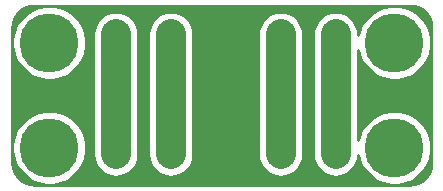
<source format=gbr>
%TF.GenerationSoftware,KiCad,Pcbnew,(5.1.10-1-10_14)*%
%TF.CreationDate,2021-09-08T14:02:43-07:00*%
%TF.ProjectId,i2c_header_x5,6932635f-6865-4616-9465-725f78352e6b,rev?*%
%TF.SameCoordinates,Original*%
%TF.FileFunction,Copper,L2,Bot*%
%TF.FilePolarity,Positive*%
%FSLAX46Y46*%
G04 Gerber Fmt 4.6, Leading zero omitted, Abs format (unit mm)*
G04 Created by KiCad (PCBNEW (5.1.10-1-10_14)) date 2021-09-08 14:02:43*
%MOMM*%
%LPD*%
G01*
G04 APERTURE LIST*
%TA.AperFunction,ComponentPad*%
%ADD10R,1.700000X1.700000*%
%TD*%
%TA.AperFunction,ComponentPad*%
%ADD11O,1.700000X1.700000*%
%TD*%
%TA.AperFunction,ComponentPad*%
%ADD12C,5.000000*%
%TD*%
%TA.AperFunction,Conductor*%
%ADD13C,2.540000*%
%TD*%
%TA.AperFunction,Conductor*%
%ADD14C,0.254000*%
%TD*%
%TA.AperFunction,Conductor*%
%ADD15C,0.100000*%
%TD*%
G04 APERTURE END LIST*
D10*
%TO.P,SCL,1*%
%TO.N,Net-(SCL1-Pad1)*%
X170715001Y-93265001D03*
D11*
%TO.P,SCL,2*%
X170715001Y-95805001D03*
%TO.P,SCL,3*%
X170715001Y-98345001D03*
%TO.P,SCL,4*%
X170715001Y-100885001D03*
%TO.P,SCL,5*%
X170715001Y-103425001D03*
%TD*%
%TO.P,SDA,5*%
%TO.N,Net-(SDA1-Pad1)*%
X175365001Y-103425001D03*
%TO.P,SDA,4*%
X175365001Y-100885001D03*
%TO.P,SDA,3*%
X175365001Y-98345001D03*
%TO.P,SDA,2*%
X175365001Y-95805001D03*
D10*
%TO.P,SDA,1*%
X175365001Y-93265001D03*
%TD*%
D12*
%TO.P,REF\u002A\u002A,1*%
%TO.N,N/C*%
X151130000Y-93980000D03*
%TD*%
%TO.P,REF\u002A\u002A,1*%
%TO.N,N/C*%
X151130000Y-102870000D03*
%TD*%
%TO.P,REF\u002A\u002A,1*%
%TO.N,N/C*%
X180340000Y-102870000D03*
%TD*%
%TO.P,REF\u002A\u002A,1*%
%TO.N,N/C*%
X180340000Y-93980000D03*
%TD*%
D11*
%TO.P,3V3,5*%
%TO.N,Net-(3V3-Pad1)*%
X156765001Y-103425001D03*
%TO.P,3V3,4*%
X156765001Y-100885001D03*
%TO.P,3V3,3*%
X156765001Y-98345001D03*
%TO.P,3V3,2*%
X156765001Y-95805001D03*
D10*
%TO.P,3V3,1*%
X156765001Y-93265001D03*
%TD*%
%TO.P,5V,1*%
%TO.N,Net-(5V1-Pad1)*%
X161415001Y-93265001D03*
D11*
%TO.P,5V,2*%
X161415001Y-95805001D03*
%TO.P,5V,3*%
X161415001Y-98345001D03*
%TO.P,5V,4*%
X161415001Y-100885001D03*
%TO.P,5V,5*%
X161415001Y-103425001D03*
%TD*%
D10*
%TO.P,GND,1*%
%TO.N,Net-(GND1-Pad1)*%
X166065001Y-93265001D03*
D11*
%TO.P,GND,2*%
X166065001Y-95805001D03*
%TO.P,GND,3*%
X166065001Y-98345001D03*
%TO.P,GND,4*%
X166065001Y-100885001D03*
%TO.P,GND,5*%
X166065001Y-103425001D03*
%TD*%
D13*
%TO.N,Net-(3V3-Pad1)*%
X156765001Y-93265001D02*
X156765001Y-95805001D01*
X156765001Y-95805001D02*
X156765001Y-98345001D01*
X156765001Y-98345001D02*
X156765001Y-100885001D01*
X156765001Y-100885001D02*
X156765001Y-103425001D01*
%TO.N,Net-(5V1-Pad1)*%
X161415001Y-93265001D02*
X161415001Y-95805001D01*
X161415001Y-95805001D02*
X161415001Y-98345001D01*
X161415001Y-98345001D02*
X161415001Y-100885001D01*
X161415001Y-100885001D02*
X161415001Y-103425001D01*
%TO.N,Net-(GND1-Pad1)*%
X166065001Y-93265001D02*
X166065001Y-95805001D01*
X166065001Y-95805001D02*
X166065001Y-98345001D01*
X166065001Y-98345001D02*
X166065001Y-100885001D01*
X166065001Y-100885001D02*
X166065001Y-103425001D01*
%TO.N,Net-(SCL1-Pad1)*%
X170715001Y-93265001D02*
X170715001Y-95805001D01*
X170715001Y-95805001D02*
X170715001Y-98345001D01*
X170715001Y-98345001D02*
X170715001Y-100885001D01*
X170715001Y-100885001D02*
X170715001Y-103425001D01*
%TO.N,Net-(SDA1-Pad1)*%
X175365001Y-93265001D02*
X175365001Y-95805001D01*
X175365001Y-95805001D02*
X175365001Y-98345001D01*
X175365001Y-98345001D02*
X175365001Y-100885001D01*
X175365001Y-100885001D02*
X175365001Y-103425001D01*
%TD*%
D14*
%TO.N,Net-(GND1-Pad1)*%
X181974545Y-90868909D02*
X182325208Y-90974780D01*
X182648625Y-91146744D01*
X182932484Y-91378254D01*
X183165965Y-91660486D01*
X183340183Y-91982695D01*
X183448502Y-92332614D01*
X183490000Y-92727443D01*
X183490001Y-104107711D01*
X183451091Y-104504545D01*
X183345220Y-104855206D01*
X183173257Y-105178623D01*
X182941748Y-105462482D01*
X182659514Y-105695965D01*
X182337304Y-105870184D01*
X181987385Y-105978502D01*
X181592557Y-106020000D01*
X149892279Y-106020000D01*
X149495455Y-105981091D01*
X149144794Y-105875220D01*
X148821377Y-105703257D01*
X148537518Y-105471748D01*
X148304035Y-105189514D01*
X148129816Y-104867304D01*
X148021498Y-104517385D01*
X147980000Y-104122557D01*
X147980000Y-102561229D01*
X147995000Y-102561229D01*
X147995000Y-103178771D01*
X148115476Y-103784446D01*
X148351799Y-104354979D01*
X148694886Y-104868446D01*
X149131554Y-105305114D01*
X149645021Y-105648201D01*
X150215554Y-105884524D01*
X150821229Y-106005000D01*
X151438771Y-106005000D01*
X152044446Y-105884524D01*
X152614979Y-105648201D01*
X153128446Y-105305114D01*
X153565114Y-104868446D01*
X153908201Y-104354979D01*
X154144524Y-103784446D01*
X154265000Y-103178771D01*
X154265000Y-102561229D01*
X154144524Y-101955554D01*
X153908201Y-101385021D01*
X153565114Y-100871554D01*
X153128446Y-100434886D01*
X152614979Y-100091799D01*
X152044446Y-99855476D01*
X151438771Y-99735000D01*
X150821229Y-99735000D01*
X150215554Y-99855476D01*
X149645021Y-100091799D01*
X149131554Y-100434886D01*
X148694886Y-100871554D01*
X148351799Y-101385021D01*
X148115476Y-101955554D01*
X147995000Y-102561229D01*
X147980000Y-102561229D01*
X147980000Y-93671229D01*
X147995000Y-93671229D01*
X147995000Y-94288771D01*
X148115476Y-94894446D01*
X148351799Y-95464979D01*
X148694886Y-95978446D01*
X149131554Y-96415114D01*
X149645021Y-96758201D01*
X150215554Y-96994524D01*
X150821229Y-97115000D01*
X151438771Y-97115000D01*
X152044446Y-96994524D01*
X152614979Y-96758201D01*
X153128446Y-96415114D01*
X153565114Y-95978446D01*
X153908201Y-95464979D01*
X154144524Y-94894446D01*
X154265000Y-94288771D01*
X154265000Y-93671229D01*
X154165583Y-93171420D01*
X154860001Y-93171420D01*
X154860002Y-95711411D01*
X154860001Y-95711420D01*
X154860002Y-98251411D01*
X154860001Y-98251420D01*
X154860002Y-100791411D01*
X154860001Y-100791420D01*
X154860002Y-103518583D01*
X154887566Y-103798446D01*
X154996496Y-104157540D01*
X155173389Y-104488483D01*
X155411446Y-104778557D01*
X155701520Y-105016614D01*
X156032463Y-105193507D01*
X156391557Y-105302437D01*
X156765001Y-105339218D01*
X157138446Y-105302437D01*
X157497540Y-105193507D01*
X157828483Y-105016614D01*
X158118557Y-104778557D01*
X158356614Y-104488483D01*
X158533507Y-104157540D01*
X158642437Y-103798446D01*
X158670001Y-103518583D01*
X158670001Y-93171420D01*
X159510001Y-93171420D01*
X159510002Y-95711411D01*
X159510001Y-95711420D01*
X159510002Y-98251411D01*
X159510001Y-98251420D01*
X159510002Y-100791411D01*
X159510001Y-100791420D01*
X159510002Y-103518583D01*
X159537566Y-103798446D01*
X159646496Y-104157540D01*
X159823389Y-104488483D01*
X160061446Y-104778557D01*
X160351520Y-105016614D01*
X160682463Y-105193507D01*
X161041557Y-105302437D01*
X161415001Y-105339218D01*
X161788446Y-105302437D01*
X162147540Y-105193507D01*
X162478483Y-105016614D01*
X162768557Y-104778557D01*
X163006614Y-104488483D01*
X163183507Y-104157540D01*
X163292437Y-103798446D01*
X163320001Y-103518583D01*
X163320001Y-93171420D01*
X168810001Y-93171420D01*
X168810002Y-95711411D01*
X168810001Y-95711420D01*
X168810002Y-98251411D01*
X168810001Y-98251420D01*
X168810002Y-100791411D01*
X168810001Y-100791420D01*
X168810002Y-103518583D01*
X168837566Y-103798446D01*
X168946496Y-104157540D01*
X169123389Y-104488483D01*
X169361446Y-104778557D01*
X169651520Y-105016614D01*
X169982463Y-105193507D01*
X170341557Y-105302437D01*
X170715001Y-105339218D01*
X171088446Y-105302437D01*
X171447540Y-105193507D01*
X171778483Y-105016614D01*
X172068557Y-104778557D01*
X172306614Y-104488483D01*
X172483507Y-104157540D01*
X172592437Y-103798446D01*
X172620001Y-103518583D01*
X172620001Y-93171420D01*
X173460001Y-93171420D01*
X173460002Y-95711411D01*
X173460001Y-95711420D01*
X173460002Y-98251411D01*
X173460001Y-98251420D01*
X173460002Y-100791411D01*
X173460001Y-100791420D01*
X173460002Y-103518583D01*
X173487566Y-103798446D01*
X173596496Y-104157540D01*
X173773389Y-104488483D01*
X174011446Y-104778557D01*
X174301520Y-105016614D01*
X174632463Y-105193507D01*
X174991557Y-105302437D01*
X175365001Y-105339218D01*
X175738446Y-105302437D01*
X176097540Y-105193507D01*
X176428483Y-105016614D01*
X176718557Y-104778557D01*
X176956614Y-104488483D01*
X177133507Y-104157540D01*
X177242437Y-103798446D01*
X177270001Y-103518583D01*
X177270001Y-103505554D01*
X177325476Y-103784446D01*
X177561799Y-104354979D01*
X177904886Y-104868446D01*
X178341554Y-105305114D01*
X178855021Y-105648201D01*
X179425554Y-105884524D01*
X180031229Y-106005000D01*
X180648771Y-106005000D01*
X181254446Y-105884524D01*
X181824979Y-105648201D01*
X182338446Y-105305114D01*
X182775114Y-104868446D01*
X183118201Y-104354979D01*
X183354524Y-103784446D01*
X183475000Y-103178771D01*
X183475000Y-102561229D01*
X183354524Y-101955554D01*
X183118201Y-101385021D01*
X182775114Y-100871554D01*
X182338446Y-100434886D01*
X181824979Y-100091799D01*
X181254446Y-99855476D01*
X180648771Y-99735000D01*
X180031229Y-99735000D01*
X179425554Y-99855476D01*
X178855021Y-100091799D01*
X178341554Y-100434886D01*
X177904886Y-100871554D01*
X177561799Y-101385021D01*
X177325476Y-101955554D01*
X177270001Y-102234446D01*
X177270001Y-94615554D01*
X177325476Y-94894446D01*
X177561799Y-95464979D01*
X177904886Y-95978446D01*
X178341554Y-96415114D01*
X178855021Y-96758201D01*
X179425554Y-96994524D01*
X180031229Y-97115000D01*
X180648771Y-97115000D01*
X181254446Y-96994524D01*
X181824979Y-96758201D01*
X182338446Y-96415114D01*
X182775114Y-95978446D01*
X183118201Y-95464979D01*
X183354524Y-94894446D01*
X183475000Y-94288771D01*
X183475000Y-93671229D01*
X183354524Y-93065554D01*
X183118201Y-92495021D01*
X182775114Y-91981554D01*
X182338446Y-91544886D01*
X181824979Y-91201799D01*
X181254446Y-90965476D01*
X180648771Y-90845000D01*
X180031229Y-90845000D01*
X179425554Y-90965476D01*
X178855021Y-91201799D01*
X178341554Y-91544886D01*
X177904886Y-91981554D01*
X177561799Y-92495021D01*
X177325476Y-93065554D01*
X177270001Y-93344446D01*
X177270001Y-93171419D01*
X177242437Y-92891556D01*
X177133507Y-92532462D01*
X176956614Y-92201519D01*
X176718557Y-91911445D01*
X176428483Y-91673388D01*
X176097539Y-91496495D01*
X175738445Y-91387565D01*
X175365001Y-91350784D01*
X174991556Y-91387565D01*
X174632462Y-91496495D01*
X174301519Y-91673388D01*
X174011445Y-91911445D01*
X173773388Y-92201519D01*
X173596495Y-92532463D01*
X173487565Y-92891557D01*
X173460001Y-93171420D01*
X172620001Y-93171420D01*
X172620001Y-93171419D01*
X172592437Y-92891556D01*
X172483507Y-92532462D01*
X172306614Y-92201519D01*
X172068557Y-91911445D01*
X171778483Y-91673388D01*
X171447539Y-91496495D01*
X171088445Y-91387565D01*
X170715001Y-91350784D01*
X170341556Y-91387565D01*
X169982462Y-91496495D01*
X169651519Y-91673388D01*
X169361445Y-91911445D01*
X169123388Y-92201519D01*
X168946495Y-92532463D01*
X168837565Y-92891557D01*
X168810001Y-93171420D01*
X163320001Y-93171420D01*
X163320001Y-93171419D01*
X163292437Y-92891556D01*
X163183507Y-92532462D01*
X163006614Y-92201519D01*
X162768557Y-91911445D01*
X162478483Y-91673388D01*
X162147539Y-91496495D01*
X161788445Y-91387565D01*
X161415001Y-91350784D01*
X161041556Y-91387565D01*
X160682462Y-91496495D01*
X160351519Y-91673388D01*
X160061445Y-91911445D01*
X159823388Y-92201519D01*
X159646495Y-92532463D01*
X159537565Y-92891557D01*
X159510001Y-93171420D01*
X158670001Y-93171420D01*
X158670001Y-93171419D01*
X158642437Y-92891556D01*
X158533507Y-92532462D01*
X158356614Y-92201519D01*
X158118557Y-91911445D01*
X157828483Y-91673388D01*
X157497539Y-91496495D01*
X157138445Y-91387565D01*
X156765001Y-91350784D01*
X156391556Y-91387565D01*
X156032462Y-91496495D01*
X155701519Y-91673388D01*
X155411445Y-91911445D01*
X155173388Y-92201519D01*
X154996495Y-92532463D01*
X154887565Y-92891557D01*
X154860001Y-93171420D01*
X154165583Y-93171420D01*
X154144524Y-93065554D01*
X153908201Y-92495021D01*
X153565114Y-91981554D01*
X153128446Y-91544886D01*
X152614979Y-91201799D01*
X152044446Y-90965476D01*
X151438771Y-90845000D01*
X150821229Y-90845000D01*
X150215554Y-90965476D01*
X149645021Y-91201799D01*
X149131554Y-91544886D01*
X148694886Y-91981554D01*
X148351799Y-92495021D01*
X148115476Y-93065554D01*
X147995000Y-93671229D01*
X147980000Y-93671229D01*
X147980000Y-92742279D01*
X148018909Y-92345455D01*
X148124780Y-91994792D01*
X148296744Y-91671375D01*
X148528254Y-91387516D01*
X148810486Y-91154035D01*
X149132695Y-90979817D01*
X149482614Y-90871498D01*
X149877443Y-90830000D01*
X181577721Y-90830000D01*
X181974545Y-90868909D01*
%TA.AperFunction,Conductor*%
D15*
G36*
X181974545Y-90868909D02*
G01*
X182325208Y-90974780D01*
X182648625Y-91146744D01*
X182932484Y-91378254D01*
X183165965Y-91660486D01*
X183340183Y-91982695D01*
X183448502Y-92332614D01*
X183490000Y-92727443D01*
X183490001Y-104107711D01*
X183451091Y-104504545D01*
X183345220Y-104855206D01*
X183173257Y-105178623D01*
X182941748Y-105462482D01*
X182659514Y-105695965D01*
X182337304Y-105870184D01*
X181987385Y-105978502D01*
X181592557Y-106020000D01*
X149892279Y-106020000D01*
X149495455Y-105981091D01*
X149144794Y-105875220D01*
X148821377Y-105703257D01*
X148537518Y-105471748D01*
X148304035Y-105189514D01*
X148129816Y-104867304D01*
X148021498Y-104517385D01*
X147980000Y-104122557D01*
X147980000Y-102561229D01*
X147995000Y-102561229D01*
X147995000Y-103178771D01*
X148115476Y-103784446D01*
X148351799Y-104354979D01*
X148694886Y-104868446D01*
X149131554Y-105305114D01*
X149645021Y-105648201D01*
X150215554Y-105884524D01*
X150821229Y-106005000D01*
X151438771Y-106005000D01*
X152044446Y-105884524D01*
X152614979Y-105648201D01*
X153128446Y-105305114D01*
X153565114Y-104868446D01*
X153908201Y-104354979D01*
X154144524Y-103784446D01*
X154265000Y-103178771D01*
X154265000Y-102561229D01*
X154144524Y-101955554D01*
X153908201Y-101385021D01*
X153565114Y-100871554D01*
X153128446Y-100434886D01*
X152614979Y-100091799D01*
X152044446Y-99855476D01*
X151438771Y-99735000D01*
X150821229Y-99735000D01*
X150215554Y-99855476D01*
X149645021Y-100091799D01*
X149131554Y-100434886D01*
X148694886Y-100871554D01*
X148351799Y-101385021D01*
X148115476Y-101955554D01*
X147995000Y-102561229D01*
X147980000Y-102561229D01*
X147980000Y-93671229D01*
X147995000Y-93671229D01*
X147995000Y-94288771D01*
X148115476Y-94894446D01*
X148351799Y-95464979D01*
X148694886Y-95978446D01*
X149131554Y-96415114D01*
X149645021Y-96758201D01*
X150215554Y-96994524D01*
X150821229Y-97115000D01*
X151438771Y-97115000D01*
X152044446Y-96994524D01*
X152614979Y-96758201D01*
X153128446Y-96415114D01*
X153565114Y-95978446D01*
X153908201Y-95464979D01*
X154144524Y-94894446D01*
X154265000Y-94288771D01*
X154265000Y-93671229D01*
X154165583Y-93171420D01*
X154860001Y-93171420D01*
X154860002Y-95711411D01*
X154860001Y-95711420D01*
X154860002Y-98251411D01*
X154860001Y-98251420D01*
X154860002Y-100791411D01*
X154860001Y-100791420D01*
X154860002Y-103518583D01*
X154887566Y-103798446D01*
X154996496Y-104157540D01*
X155173389Y-104488483D01*
X155411446Y-104778557D01*
X155701520Y-105016614D01*
X156032463Y-105193507D01*
X156391557Y-105302437D01*
X156765001Y-105339218D01*
X157138446Y-105302437D01*
X157497540Y-105193507D01*
X157828483Y-105016614D01*
X158118557Y-104778557D01*
X158356614Y-104488483D01*
X158533507Y-104157540D01*
X158642437Y-103798446D01*
X158670001Y-103518583D01*
X158670001Y-93171420D01*
X159510001Y-93171420D01*
X159510002Y-95711411D01*
X159510001Y-95711420D01*
X159510002Y-98251411D01*
X159510001Y-98251420D01*
X159510002Y-100791411D01*
X159510001Y-100791420D01*
X159510002Y-103518583D01*
X159537566Y-103798446D01*
X159646496Y-104157540D01*
X159823389Y-104488483D01*
X160061446Y-104778557D01*
X160351520Y-105016614D01*
X160682463Y-105193507D01*
X161041557Y-105302437D01*
X161415001Y-105339218D01*
X161788446Y-105302437D01*
X162147540Y-105193507D01*
X162478483Y-105016614D01*
X162768557Y-104778557D01*
X163006614Y-104488483D01*
X163183507Y-104157540D01*
X163292437Y-103798446D01*
X163320001Y-103518583D01*
X163320001Y-93171420D01*
X168810001Y-93171420D01*
X168810002Y-95711411D01*
X168810001Y-95711420D01*
X168810002Y-98251411D01*
X168810001Y-98251420D01*
X168810002Y-100791411D01*
X168810001Y-100791420D01*
X168810002Y-103518583D01*
X168837566Y-103798446D01*
X168946496Y-104157540D01*
X169123389Y-104488483D01*
X169361446Y-104778557D01*
X169651520Y-105016614D01*
X169982463Y-105193507D01*
X170341557Y-105302437D01*
X170715001Y-105339218D01*
X171088446Y-105302437D01*
X171447540Y-105193507D01*
X171778483Y-105016614D01*
X172068557Y-104778557D01*
X172306614Y-104488483D01*
X172483507Y-104157540D01*
X172592437Y-103798446D01*
X172620001Y-103518583D01*
X172620001Y-93171420D01*
X173460001Y-93171420D01*
X173460002Y-95711411D01*
X173460001Y-95711420D01*
X173460002Y-98251411D01*
X173460001Y-98251420D01*
X173460002Y-100791411D01*
X173460001Y-100791420D01*
X173460002Y-103518583D01*
X173487566Y-103798446D01*
X173596496Y-104157540D01*
X173773389Y-104488483D01*
X174011446Y-104778557D01*
X174301520Y-105016614D01*
X174632463Y-105193507D01*
X174991557Y-105302437D01*
X175365001Y-105339218D01*
X175738446Y-105302437D01*
X176097540Y-105193507D01*
X176428483Y-105016614D01*
X176718557Y-104778557D01*
X176956614Y-104488483D01*
X177133507Y-104157540D01*
X177242437Y-103798446D01*
X177270001Y-103518583D01*
X177270001Y-103505554D01*
X177325476Y-103784446D01*
X177561799Y-104354979D01*
X177904886Y-104868446D01*
X178341554Y-105305114D01*
X178855021Y-105648201D01*
X179425554Y-105884524D01*
X180031229Y-106005000D01*
X180648771Y-106005000D01*
X181254446Y-105884524D01*
X181824979Y-105648201D01*
X182338446Y-105305114D01*
X182775114Y-104868446D01*
X183118201Y-104354979D01*
X183354524Y-103784446D01*
X183475000Y-103178771D01*
X183475000Y-102561229D01*
X183354524Y-101955554D01*
X183118201Y-101385021D01*
X182775114Y-100871554D01*
X182338446Y-100434886D01*
X181824979Y-100091799D01*
X181254446Y-99855476D01*
X180648771Y-99735000D01*
X180031229Y-99735000D01*
X179425554Y-99855476D01*
X178855021Y-100091799D01*
X178341554Y-100434886D01*
X177904886Y-100871554D01*
X177561799Y-101385021D01*
X177325476Y-101955554D01*
X177270001Y-102234446D01*
X177270001Y-94615554D01*
X177325476Y-94894446D01*
X177561799Y-95464979D01*
X177904886Y-95978446D01*
X178341554Y-96415114D01*
X178855021Y-96758201D01*
X179425554Y-96994524D01*
X180031229Y-97115000D01*
X180648771Y-97115000D01*
X181254446Y-96994524D01*
X181824979Y-96758201D01*
X182338446Y-96415114D01*
X182775114Y-95978446D01*
X183118201Y-95464979D01*
X183354524Y-94894446D01*
X183475000Y-94288771D01*
X183475000Y-93671229D01*
X183354524Y-93065554D01*
X183118201Y-92495021D01*
X182775114Y-91981554D01*
X182338446Y-91544886D01*
X181824979Y-91201799D01*
X181254446Y-90965476D01*
X180648771Y-90845000D01*
X180031229Y-90845000D01*
X179425554Y-90965476D01*
X178855021Y-91201799D01*
X178341554Y-91544886D01*
X177904886Y-91981554D01*
X177561799Y-92495021D01*
X177325476Y-93065554D01*
X177270001Y-93344446D01*
X177270001Y-93171419D01*
X177242437Y-92891556D01*
X177133507Y-92532462D01*
X176956614Y-92201519D01*
X176718557Y-91911445D01*
X176428483Y-91673388D01*
X176097539Y-91496495D01*
X175738445Y-91387565D01*
X175365001Y-91350784D01*
X174991556Y-91387565D01*
X174632462Y-91496495D01*
X174301519Y-91673388D01*
X174011445Y-91911445D01*
X173773388Y-92201519D01*
X173596495Y-92532463D01*
X173487565Y-92891557D01*
X173460001Y-93171420D01*
X172620001Y-93171420D01*
X172620001Y-93171419D01*
X172592437Y-92891556D01*
X172483507Y-92532462D01*
X172306614Y-92201519D01*
X172068557Y-91911445D01*
X171778483Y-91673388D01*
X171447539Y-91496495D01*
X171088445Y-91387565D01*
X170715001Y-91350784D01*
X170341556Y-91387565D01*
X169982462Y-91496495D01*
X169651519Y-91673388D01*
X169361445Y-91911445D01*
X169123388Y-92201519D01*
X168946495Y-92532463D01*
X168837565Y-92891557D01*
X168810001Y-93171420D01*
X163320001Y-93171420D01*
X163320001Y-93171419D01*
X163292437Y-92891556D01*
X163183507Y-92532462D01*
X163006614Y-92201519D01*
X162768557Y-91911445D01*
X162478483Y-91673388D01*
X162147539Y-91496495D01*
X161788445Y-91387565D01*
X161415001Y-91350784D01*
X161041556Y-91387565D01*
X160682462Y-91496495D01*
X160351519Y-91673388D01*
X160061445Y-91911445D01*
X159823388Y-92201519D01*
X159646495Y-92532463D01*
X159537565Y-92891557D01*
X159510001Y-93171420D01*
X158670001Y-93171420D01*
X158670001Y-93171419D01*
X158642437Y-92891556D01*
X158533507Y-92532462D01*
X158356614Y-92201519D01*
X158118557Y-91911445D01*
X157828483Y-91673388D01*
X157497539Y-91496495D01*
X157138445Y-91387565D01*
X156765001Y-91350784D01*
X156391556Y-91387565D01*
X156032462Y-91496495D01*
X155701519Y-91673388D01*
X155411445Y-91911445D01*
X155173388Y-92201519D01*
X154996495Y-92532463D01*
X154887565Y-92891557D01*
X154860001Y-93171420D01*
X154165583Y-93171420D01*
X154144524Y-93065554D01*
X153908201Y-92495021D01*
X153565114Y-91981554D01*
X153128446Y-91544886D01*
X152614979Y-91201799D01*
X152044446Y-90965476D01*
X151438771Y-90845000D01*
X150821229Y-90845000D01*
X150215554Y-90965476D01*
X149645021Y-91201799D01*
X149131554Y-91544886D01*
X148694886Y-91981554D01*
X148351799Y-92495021D01*
X148115476Y-93065554D01*
X147995000Y-93671229D01*
X147980000Y-93671229D01*
X147980000Y-92742279D01*
X148018909Y-92345455D01*
X148124780Y-91994792D01*
X148296744Y-91671375D01*
X148528254Y-91387516D01*
X148810486Y-91154035D01*
X149132695Y-90979817D01*
X149482614Y-90871498D01*
X149877443Y-90830000D01*
X181577721Y-90830000D01*
X181974545Y-90868909D01*
G37*
%TD.AperFunction*%
%TD*%
M02*

</source>
